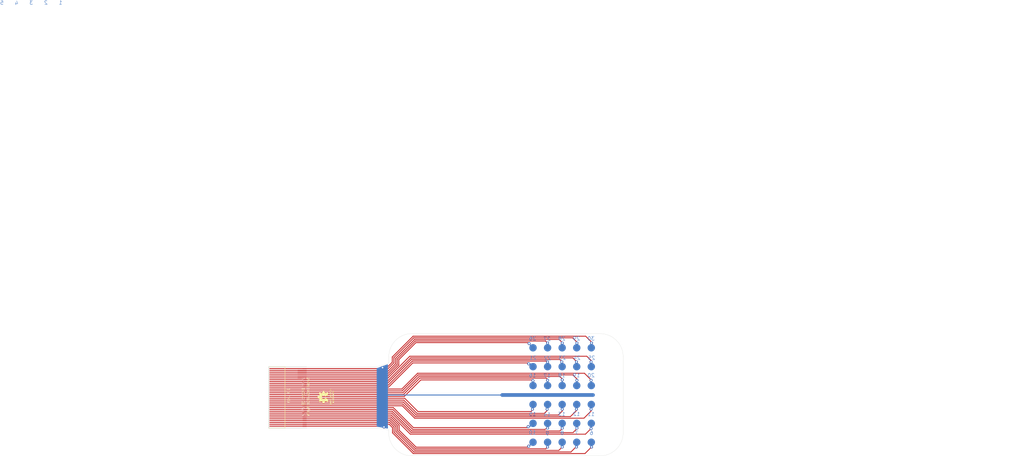
<source format=kicad_pcb>
(kicad_pcb (version 20221018) (generator pcbnew)
  (title_block (title "TRILL FLEX SLIDER") (date "2023-07-21") (rev "C1") (company "Bela / Augmented Instruments Ltd.") (comment 1 "https://bela.io"))
  (layers (0 "F.Cu" signal) (31 "B.Cu" signal) (34 "B.Paste" user) (35 "F.Paste" user) (36 "B.SilkS" user "B.Silkscreen") (37 "F.SilkS" user "F.Silkscreen") (38 "B.Mask" user) (39 "F.Mask" user) (44 "Edge.Cuts" user))
  (net 0 "")
  (net 1 "Net-(C1-Pad2)")
  (net 2 "Net-(C1-Pad3)")
  (net 3 "Net-(C1-Pad4)")
  (net 4 "Net-(C1-Pad5)")
  (net 5 "Net-(C1-Pad6)")
  (net 6 "Net-(C1-Pad7)")
  (net 7 "Net-(C1-Pad8)")
  (net 8 "Net-(C1-Pad9)")
  (net 9 "Net-(C1-Pad10)")
  (net 10 "Net-(C1-Pad11)")
  (net 11 "Net-(C1-Pad12)")
  (net 12 "Net-(C1-Pad13)")
  (net 13 "Net-(C1-Pad14)")
  (net 14 "Net-(C1-Pad15)")
  (net 15 "Net-(C1-Pad16)")
  (net 16 "Net-(C1-Pad17)")
  (net 17 "Net-(C1-Pad18)")
  (net 18 "Net-(C1-Pad19)")
  (net 19 "Net-(C1-Pad20)")
  (net 20 "Net-(C1-Pad21)")
  (net 21 "Net-(C1-Pad22)")
  (net 22 "Net-(C1-Pad23)")
  (net 23 "Net-(C1-Pad24)")
  (net 24 "Net-(C1-Pad25)")
  (net 25 "Net-(C1-Pad26)")
  (net 26 "Net-(C1-Pad27)")
  (net 27 "Net-(C1-Pad28)")
  (net 28 "Net-(C1-Pad29)")
  (net 29 "Net-(C1-Pad30)")
  (net 30 "Net-(C1-Pad31)")
  (net 31 "Net-(C1-Pad1)")
  (footprint "TRILL:TRILL_FLEX_CapSense" (layer "F.Cu") (at 252.7178 104.792)
    (fp_text reference "CS1" hide)
    (fp_text value "TRILL_FLEX-30_CapSense")
    (pad "1" smd circle (at -94.9425 12.7 180) (size 2 2) (layers "B.Cu") (net 1 "Net-(C1-Pad2)"))
    (pad "2" smd circle (at -98.855 12.7 180) (size 2 2) (layers "B.Cu") (net 2 "Net-(C1-Pad3)"))
    (pad "3" smd circle (at -102.7675 12.7 180) (size 2 2) (layers "B.Cu") (net 3 "Net-(C1-Pad4)"))
    (pad "4" smd circle (at -106.68 12.7 180) (size 2 2) (layers "B.Cu") (net 4 "Net-(C1-Pad5)"))
    (pad "5" smd circle (at -110.5925 12.7 180) (size 2 2) (layers "B.Cu") (net 5 "Net-(C1-Pad6)"))
    (pad "6" smd circle (at -94.9425 7.62 180) (size 2 2) (layers "B.Cu") (net 6 "Net-(C1-Pad7)"))
    (pad "7" smd circle (at -98.855 7.62 180) (size 2 2) (layers "B.Cu") (net 7 "Net-(C1-Pad8)"))
    (pad "8" smd circle (at -102.7675 7.62 180) (size 2 2) (layers "B.Cu") (net 8 "Net-(C1-Pad9)"))
    (pad "9" smd circle (at -106.68 7.62 180) (size 2 2) (layers "B.Cu") (net 9 "Net-(C1-Pad10)"))
    (pad "10" smd circle (at -110.5925 7.62 180) (size 2 2) (layers "B.Cu") (net 10 "Net-(C1-Pad11)"))
    (pad "11" smd circle (at -94.9425 2.54 180) (size 2 2) (layers "B.Cu") (net 11 "Net-(C1-Pad12)"))
    (pad "12" smd circle (at -98.855 2.54 180) (size 2 2) (layers "B.Cu") (net 12 "Net-(C1-Pad13)"))
    (pad "13" smd circle (at -102.7675 2.54 180) (size 2 2) (layers "B.Cu") (net 13 "Net-(C1-Pad14)"))
    (pad "14" smd circle (at -106.68 2.54 180) (size 2 2) (layers "B.Cu") (net 14 "Net-(C1-Pad15)"))
    (pad "15" smd circle (at -110.5925 2.54 180) (size 2 2) (layers "B.Cu") (net 15 "Net-(C1-Pad16)"))
    (pad "16" smd circle (at -110.5925 -2.54) (size 2 2) (layers "B.Cu") (net 16 "Net-(C1-Pad17)"))
    (pad "17" smd circle (at -106.68 -2.54) (size 2 2) (layers "B.Cu") (net 17 "Net-(C1-Pad18)"))
    (pad "18" smd circle (at -102.7675 -2.54) (size 2 2) (layers "B.Cu") (net 18 "Net-(C1-Pad19)"))
    (pad "19" smd circle (at -98.855 -2.54) (size 2 2) (layers "B.Cu") (net 19 "Net-(C1-Pad20)"))
    (pad "20" smd circle (at -94.9425 -2.54) (size 2 2) (layers "B.Cu") (net 20 "Net-(C1-Pad21)"))
    (pad "21" smd circle (at -110.5925 -7.62) (size 2 2) (layers "B.Cu") (net 21 "Net-(C1-Pad22)"))
    (pad "22" smd circle (at -106.68 -7.62) (size 2 2) (layers "B.Cu") (net 22 "Net-(C1-Pad23)"))
    (pad "23" smd circle (at -102.7675 -7.62) (size 2 2) (layers "B.Cu") (net 23 "Net-(C1-Pad24)"))
    (pad "24" smd circle (at -98.855 -7.62) (size 2 2) (layers "B.Cu") (net 24 "Net-(C1-Pad25)"))
    (pad "25" smd circle (at -94.9425 -7.62) (size 2 2) (layers "B.Cu") (net 25 "Net-(C1-Pad26)"))
    (pad "26" smd circle (at -110.5925 -12.7) (size 2 2) (layers "B.Cu") (net 26 "Net-(C1-Pad27)"))
    (pad "27" smd circle (at -106.68 -12.7) (size 2 2) (layers "B.Cu") (net 27 "Net-(C1-Pad28)"))
    (pad "28" smd circle (at -102.7675 -12.7) (size 2 2) (layers "B.Cu") (net 28 "Net-(C1-Pad29)"))
    (pad "29" smd circle (at -98.855 -12.7) (size 2 2) (layers "B.Cu") (net 29 "Net-(C1-Pad30)"))
    (pad "30" smd circle (at -94.9425 -12.7) (size 2 2) (layers "B.Cu") (net 30 "Net-(C1-Pad31)"))
    (pad "GND" smd roundrect (at -106.68 0 180) (size 25.4 1) (layers "B.Cu") (roundrect_rratio 0.5) (net 31 "Net-(C1-Pad1)"))
  )
  (footprint "TRILL:trill_flex_connector_long" (layer "F.Cu") (at 76.3016 113.157 90)
    (fp_text reference "C1" hide)
    (fp_text value "trill-flex-conector")
    (fp_line (start -0.525 -5.165) (end 15.975 -5.165) (stroke (width 0.12)) (layer "Edge.Cuts"))
    (fp_line (start -0.525 5.015) (end -0.525 -5.165) (stroke (width 0.12)) (layer "Edge.Cuts"))
    (fp_line (start 15.975 5.015) (end 15.975 -5.165) (stroke (width 0.12)) (layer "Edge.Cuts"))
    (pad "1" smd custom (at -0.025 4.015 90) (size 0.25 2) (layers "F.Cu") (net 31 "Net-(C1-Pad1)") (options (clearance outline) (anchor rect)) (primitives (gr_poly (pts (xy -0.125 -1) (xy -0.125 -9) (xy 0.125 -9) (xy 0.125 -1)) (width 0) (fill yes))))
    (pad "2" smd custom (at 0.475 4.015 90) (size 0.25 2) (layers "F.Cu") (net 1 "Net-(C1-Pad2)") (options (clearance outline) (anchor rect)) (primitives (gr_poly (pts (xy -0.125 -1) (xy -0.125 -9) (xy 0.125 -9) (xy 0.125 -1)) (width 0) (fill yes))))
    (pad "3" smd custom (at 0.975 4.015 90) (size 0.25 2) (layers "F.Cu") (net 2 "Net-(C1-Pad3)") (options (clearance outline) (anchor rect)) (primitives (gr_poly (pts (xy -0.125 -1) (xy -0.125 -9) (xy 0.125 -9) (xy 0.125 -1)) (width 0) (fill yes))))
    (pad "4" smd custom (at 1.475 4.015 90) (size 0.25 2) (layers "F.Cu") (net 3 "Net-(C1-Pad4)") (options (clearance outline) (anchor rect)) (primitives (gr_poly (pts (xy -0.125 -1) (xy -0.125 -9) (xy 0.125 -9) (xy 0.125 -1)) (width 0) (fill yes))))
    (pad "5" smd custom (at 1.975 4.015 90) (size 0.25 2) (layers "F.Cu") (net 4 "Net-(C1-Pad5)") (options (clearance outline) (anchor rect)) (primitives (gr_poly (pts (xy -0.125 -1) (xy -0.125 -9) (xy 0.125 -9) (xy 0.125 -1)) (width 0) (fill yes))))
    (pad "6" smd custom (at 2.475 4.015 90) (size 0.25 2) (layers "F.Cu") (net 5 "Net-(C1-Pad6)") (options (clearance outline) (anchor rect)) (primitives (gr_poly (pts (xy -0.125 -1) (xy -0.125 -9) (xy 0.125 -9) (xy 0.125 -1)) (width 0) (fill yes))))
    (pad "7" smd custom (at 2.975 4.015 90) (size 0.25 2) (layers "F.Cu") (net 6 "Net-(C1-Pad7)") (options (clearance outline) (anchor rect)) (primitives (gr_poly (pts (xy -0.125 -1) (xy -0.125 -9) (xy 0.125 -9) (xy 0.125 -1)) (width 0) (fill yes))))
    (pad "8" smd custom (at 3.475 4.015 90) (size 0.25 2) (layers "F.Cu") (net 7 "Net-(C1-Pad8)") (options (clearance outline) (anchor rect)) (primitives (gr_poly (pts (xy -0.125 -1) (xy -0.125 -9) (xy 0.125 -9) (xy 0.125 -1)) (width 0) (fill yes))))
    (pad "9" smd custom (at 3.975 4.015 90) (size 0.25 2) (layers "F.Cu") (net 8 "Net-(C1-Pad9)") (options (clearance outline) (anchor rect)) (primitives (gr_poly (pts (xy -0.125 -1) (xy -0.125 -9) (xy 0.125 -9) (xy 0.125 -1)) (width 0) (fill yes))))
    (pad "10" smd custom (at 4.475 4.015 90) (size 0.25 2) (layers "F.Cu") (net 9 "Net-(C1-Pad10)") (options (clearance outline) (anchor rect)) (primitives (gr_poly (pts (xy -0.125 -1) (xy -0.125 -9) (xy 0.125 -9) (xy 0.125 -1)) (width 0) (fill yes))))
    (pad "11" smd custom (at 4.975 4.015 90) (size 0.25 2) (layers "F.Cu") (net 10 "Net-(C1-Pad11)") (options (clearance outline) (anchor rect)) (primitives (gr_poly (pts (xy -0.125 -1) (xy -0.125 -9) (xy 0.125 -9) (xy 0.125 -1)) (width 0) (fill yes))))
    (pad "12" smd custom (at 5.475 4.015 90) (size 0.25 2) (layers "F.Cu") (net 11 "Net-(C1-Pad12)") (options (clearance outline) (anchor rect)) (primitives (gr_poly (pts (xy -0.125 -1) (xy -0.125 -9) (xy 0.125 -9) (xy 0.125 -1)) (width 0) (fill yes))))
    (pad "13" smd custom (at 5.975 4.015 90) (size 0.25 2) (layers "F.Cu") (net 12 "Net-(C1-Pad13)") (options (clearance outline) (anchor rect)) (primitives (gr_poly (pts (xy -0.125 -1) (xy -0.125 -9) (xy 0.125 -9) (xy 0.125 -1)) (width 0) (fill yes))))
    (pad "14" smd custom (at 6.475 4.015 90) (size 0.25 2) (layers "F.Cu") (net 13 "Net-(C1-Pad14)") (options (clearance outline) (anchor rect)) (primitives (gr_poly (pts (xy -0.125 -1) (xy -0.125 -9) (xy 0.125 -9) (xy 0.125 -1)) (width 0) (fill yes))))
    (pad "15" smd custom (at 6.975 4.015 90) (size 0.25 2) (layers "F.Cu") (net 14 "Net-(C1-Pad15)") (options (clearance outline) (anchor rect)) (primitives (gr_poly (pts (xy -0.125 -1) (xy -0.125 -9) (xy 0.125 -9) (xy 0.125 -1)) (width 0) (fill yes))))
    (pad "16" smd custom (at 7.475 4.015 90) (size 0.25 2) (layers "F.Cu") (net 15 "Net-(C1-Pad16)") (options (clearance outline) (anchor rect)) (primitives (gr_poly (pts (xy -0.125 -1) (xy -0.125 -9) (xy 0.125 -9) (xy 0.125 -1)) (width 0) (fill yes))))
    (pad "17" smd custom (at 7.975 4.015 90) (size 0.25 2) (layers "F.Cu") (net 16 "Net-(C1-Pad17)") (options (clearance outline) (anchor rect)) (primitives (gr_poly (pts (xy -0.125 -1) (xy -0.125 -9) (xy 0.125 -9) (xy 0.125 -1)) (width 0) (fill yes))))
    (pad "18" smd custom (at 8.475 4.015 90) (size 0.25 2) (layers "F.Cu") (net 17 "Net-(C1-Pad18)") (options (clearance outline) (anchor rect)) (primitives (gr_poly (pts (xy -0.125 -1) (xy -0.125 -9) (xy 0.125 -9) (xy 0.125 -1)) (width 0) (fill yes))))
    (pad "19" smd custom (at 8.975 4.015 90) (size 0.25 2) (layers "F.Cu") (net 18 "Net-(C1-Pad19)") (options (clearance outline) (anchor rect)) (primitives (gr_poly (pts (xy -0.125 -1) (xy -0.125 -9) (xy 0.125 -9) (xy 0.125 -1)) (width 0) (fill yes))))
    (pad "20" smd custom (at 9.475 4.015 90) (size 0.25 2) (layers "F.Cu") (net 19 "Net-(C1-Pad20)") (options (clearance outline) (anchor rect)) (primitives (gr_poly (pts (xy -0.125 -1) (xy -0.125 -9) (xy 0.125 -9) (xy 0.125 -1)) (width 0) (fill yes))))
    (pad "21" smd custom (at 9.975 4.015 90) (size 0.25 2) (layers "F.Cu") (net 20 "Net-(C1-Pad21)") (options (clearance outline) (anchor rect)) (primitives (gr_poly (pts (xy -0.125 -1) (xy -0.125 -9) (xy 0.125 -9) (xy 0.125 -1)) (width 0) (fill yes))))
    (pad "22" smd custom (at 10.475 4.015 90) (size 0.25 2) (layers "F.Cu") (net 21 "Net-(C1-Pad22)") (options (clearance outline) (anchor rect)) (primitives (gr_poly (pts (xy -0.125 -1) (xy -0.125 -9) (xy 0.125 -9) (xy 0.125 -1)) (width 0) (fill yes))))
    (pad "23" smd custom (at 10.975 4.015 90) (size 0.25 2) (layers "F.Cu") (net 22 "Net-(C1-Pad23)") (options (clearance outline) (anchor rect)) (primitives (gr_poly (pts (xy -0.125 -1) (xy -0.125 -9) (xy 0.125 -9) (xy 0.125 -1)) (width 0) (fill yes))))
    (pad "24" smd custom (at 11.475 4.015 90) (size 0.25 2) (layers "F.Cu") (net 23 "Net-(C1-Pad24)") (options (clearance outline) (anchor rect)) (primitives (gr_poly (pts (xy -0.125 -1) (xy -0.125 -9) (xy 0.125 -9) (xy 0.125 -1)) (width 0) (fill yes))))
    (pad "25" smd custom (at 11.975 4.015 90) (size 0.25 2) (layers "F.Cu") (net 24 "Net-(C1-Pad25)") (options (clearance outline) (anchor rect)) (primitives (gr_poly (pts (xy -0.125 -1) (xy -0.125 -9) (xy 0.125 -9) (xy 0.125 -1)) (width 0) (fill yes))))
    (pad "26" smd custom (at 12.475 4.015 90) (size 0.25 2) (layers "F.Cu") (net 25 "Net-(C1-Pad26)") (options (clearance outline) (anchor rect)) (primitives (gr_poly (pts (xy -0.125 -1) (xy -0.125 -9) (xy 0.125 -9) (xy 0.125 -1)) (width 0) (fill yes))))
    (pad "27" smd custom (at 12.975 4.015 90) (size 0.25 2) (layers "F.Cu") (net 26 "Net-(C1-Pad27)") (options (clearance outline) (anchor rect)) (primitives (gr_poly (pts (xy -0.125 -1) (xy -0.125 -9) (xy 0.125 -9) (xy 0.125 -1)) (width 0) (fill yes))))
    (pad "28" smd custom (at 13.475 4.015 90) (size 0.25 2) (layers "F.Cu") (net 27 "Net-(C1-Pad28)") (options (clearance outline) (anchor rect)) (primitives (gr_poly (pts (xy -0.125 -1) (xy -0.125 -9) (xy 0.125 -9) (xy 0.125 -1)) (width 0) (fill yes))))
    (pad "29" smd custom (at 13.975 4.015 90) (size 0.25 2) (layers "F.Cu") (net 28 "Net-(C1-Pad29)") (options (clearance outline) (anchor rect)) (primitives (gr_poly (pts (xy -0.125 -1) (xy -0.125 -9) (xy 0.125 -9) (xy 0.125 -1)) (width 0) (fill yes))))
    (pad "30" smd custom (at 14.475 4.015 90) (size 0.25 2) (layers "F.Cu") (net 29 "Net-(C1-Pad30)") (options (clearance outline) (anchor rect)) (primitives (gr_poly (pts (xy -0.125 -1) (xy -0.125 -9) (xy 0.125 -9) (xy 0.125 -1)) (width 0) (fill yes))))
    (pad "31" smd custom (at 14.975 4.015 90) (size 0.25 2) (layers "F.Cu") (net 30 "Net-(C1-Pad31)") (options (clearance outline) (anchor rect)) (primitives (gr_poly (pts (xy -0.125 -1) (xy -0.125 -9) (xy 0.125 -9) (xy 0.125 -1)) (width 0) (fill yes))))
    (pad "32" smd custom (at 15.475 4.015 90) (size 0.25 2) (layers "F.Cu") (net 31 "Net-(C1-Pad1)") (options (clearance outline) (anchor rect)) (primitives (gr_poly (pts (xy -0.125 -1) (xy -0.125 -9) (xy 0.125 -9) (xy 0.125 -1)) (width 0) (fill yes))))
  )
  (footprint "TRILL:OpenSourceHardware_Logo" (layer "F.Cu") (at 86.991142 105.367926 90)
    (fp_text reference "G3" hide)
    (fp_text value "OpenSourceHardware_Logo")
  )
  (gr_line (start 103.3901 114.2586) (end 103.3638 114.952) (stroke (width 0.05)) (layer "Edge.Cuts"))
  (gr_arc (start 103.3901 94.4786) (mid 105.205042 90.096942) (end 109.5867 88.282) (stroke (width 0.05)) (layer "Edge.Cuts"))
  (gr_line (start 103.3901 114.2586) (end 103.3901 114.1796) (stroke (width 0.05)) (layer "Edge.Cuts"))
  (gr_line (start 100.2396 113.692) (end 103.3901 114.1796) (stroke (width 0.05)) (layer "Edge.Cuts"))
  (gr_arc (start 109.5604 121.1486) (mid 105.178742 119.333658) (end 103.3638 114.952) (stroke (width 0.05)) (layer "Edge.Cuts"))
  (gr_line (start 166.3294 94.4786) (end 166.329 114.952) (stroke (width 0.05)) (layer "Edge.Cuts"))
  (gr_arc (start 166.3294 114.952) (mid 164.514458 119.333658) (end 160.1328 121.1486) (stroke (width 0.05)) (layer "Edge.Cuts"))
  (gr_arc (start 160.1328 88.282) (mid 164.514458 90.096942) (end 166.3294 94.4786) (stroke (width 0.05)) (layer "Edge.Cuts"))
  (gr_line (start 160.1328 121.1486) (end 109.5604 121.1486) (stroke (width 0.05)) (layer "Edge.Cuts"))
  (gr_line (start 100.265 97.182) (end 81.3166 97.182) (stroke (width 0.05)) (layer "Edge.Cuts"))
  (gr_line (start 100.265 97.182) (end 103.3901 96.1796) (stroke (width 0.05)) (layer "Edge.Cuts"))
  (gr_line (start 103.3901 96.1796) (end 103.3901 94.4786) (stroke (width 0.05)) (layer "Edge.Cuts"))
  (gr_line (start 100.2396 113.692) (end 81.3166 113.682) (stroke (width 0.05)) (layer "Edge.Cuts"))
  (gr_line (start 109.5867 88.282) (end 160.1328 88.282) (stroke (width 0.05)) (layer "Edge.Cuts"))
  (gr_text "2" (at 11.811 -0.127) (layer "B.Cu") (effects (font (size 1 1) (thickness 0.1)) (justify left bottom mirror)))
  (gr_text "13" (at 150.8618 110.507) (layer "B.Cu") (effects (font (size 1 1) (thickness 0.1)) (justify left bottom mirror)))
  (gr_text "16" (at 142.9878 100.093) (layer "B.Cu") (effects (font (size 1 1) (thickness 0.1)) (justify left bottom mirror)))
  (gr_text "28" (at 150.8618 90.187) (layer "B.Cu") (effects (font (size 1 1) (thickness 0.1)) (justify left bottom mirror)))
  (gr_text "18" (at 150.8618 100.093) (layer "B.Cu") (effects (font (size 1 1) (thickness 0.1)) (justify left bottom mirror)))
  (gr_text "29" (at 154.7988 90.187) (layer "B.Cu") (effects (font (size 1 1) (thickness 0.1)) (justify left bottom mirror)))
  (gr_text "5" (at 0 -0.127) (layer "B.Cu") (effects (font (size 1 1) (thickness 0.1)) (justify left bottom mirror)))
  (gr_text "15" (at 142.9878 110.507) (layer "B.Cu") (effects (font (size 1 1) (thickness 0.1)) (justify left bottom mirror)))
  (gr_text "27" (at 146.9248 90.314) (layer "B.Cu") (effects (font (size 1 1) (thickness 0.1)) (justify left bottom mirror)))
  (gr_text "8" (at 150.4808 115.587) (layer "B.Cu") (effects (font (size 1 1) (thickness 0.1)) (justify left bottom mirror)))
  (gr_text "23" (at 150.9888 95.394) (layer "B.Cu") (effects (font (size 1 1) (thickness 0.1)) (justify left bottom mirror)))
  (gr_text "7" (at 154.4178 115.587) (layer "B.Cu") (effects (font (size 1 1) (thickness 0.1)) (justify left bottom mirror)))
  (gr_text "1" (at 15.748 -0.127) (layer "B.Cu") (effects (font (size 1 1) (thickness 0.1)) (justify left bottom mirror)))
  (gr_text "19" (at 154.7988 100.093) (layer "B.Cu") (effects (font (size 1 1) (thickness 0.1)) (justify left bottom mirror)))
  (gr_text "22" (at 147.0518 95.521) (layer "B.Cu") (effects (font (size 1 1) (thickness 0.1)) (justify left bottom mirror)))
  (gr_text "4" (at 3.937 0) (layer "B.Cu") (effects (font (size 1 1) (thickness 0.1)) (justify left bottom mirror)))
  (gr_text "24" (at 154.9258 95.394) (layer "B.Cu") (effects (font (size 1 1) (thickness 0.1)) (justify left bottom mirror)))
  (gr_text "10" (at 142.9878 115.46) (layer "B.Cu") (effects (font (size 1 1) (thickness 0.1)) (justify left bottom mirror)))
  (gr_text "21" (at 143.1148 95.394) (layer "B.Cu") (effects (font (size 1 1) (thickness 0.1)) (justify left bottom mirror)))
  (gr_text "26" (at 142.9878 90.187) (layer "B.Cu") (effects (font (size 1 1) (thickness 0.1)) (justify left bottom mirror)))
  (gr_text "30" (at 158.7358 90.187) (layer "B.Cu") (effects (font (size 1 1) (thickness 0.1)) (justify left bottom mirror)))
  (gr_text "6" (at 158.3548 115.587) (layer "B.Cu") (effects (font (size 1 1) (thickness 0.1)) (justify left bottom mirror)))
  (gr_text "17" (at 146.9248 100.22) (layer "B.Cu") (effects (font (size 1 1) (thickness 0.1)) (justify left bottom mirror)))
  (gr_text "14" (at 146.9248 110.634) (layer "B.Cu") (effects (font (size 1 1) (thickness 0.1)) (justify left bottom mirror)))
  (gr_text "9" (at 146.5438 115.714) (layer "B.Cu") (effects (font (size 1 1) (thickness 0.1)) (justify left bottom mirror)))
  (gr_text "12" (at 154.7988 110.507) (layer "B.Cu") (effects (font (size 1 1) (thickness 0.1)) (justify left bottom mirror)))
  (gr_text "3" (at 7.874 -0.127) (layer "B.Cu") (effects (font (size 1 1) (thickness 0.1)) (justify left bottom mirror)))
  (gr_text "11" (at 158.7358 110.507) (layer "B.Cu") (effects (font (size 1 1) (thickness 0.1)) (justify left bottom mirror)))
  (gr_text "25" (at 158.8628 95.394) (layer "B.Cu") (effects (font (size 1 1) (thickness 0.1)) (justify left bottom mirror)))
  (gr_text "20" (at 158.7358 100.093) (layer "B.Cu") (effects (font (size 1 1) (thickness 0.1)) (justify left bottom mirror)))
  (gr_text "© 2023\nWhyKnotLabs Now!" (at 79.9958 105.3 -90) (layer "B.SilkS") (effects (font (size 0.75 0.75) (thickness 0.07)) (justify bottom mirror)))
  (gr_text "rev. ${REVISION}" (at 76.4144 104.919 90) (layer "F.SilkS") (effects (font (size 0.75 0.75) (thickness 0.07))))
  (gr_text "© 2023\nWhyKnotLabs Now!" (at 82.1294 105.3 90) (layer "F.SilkS") (effects (font (size 0.75 0.75) (thickness 0.07)) (justify bottom)))
  (segment (start 109.9678 120.54) (end 156.0688 120.54) (width 0.25) (layer "F.Cu") (net 1))
  (segment (start 104.3798 114.952) (end 109.9678 120.54) (width 0.25) (layer "F.Cu") (net 1))
  (segment (start 104.3798 113.555) (end 104.3798 114.952) (width 0.25) (layer "F.Cu") (net 1))
  (segment (start 157.8468 118.762) (end 157.8468 118.508) (width 0.25) (layer "F.Cu") (net 1))
  (segment (start 156.0688 120.54) (end 157.8468 118.762) (width 0.25) (layer "F.Cu") (net 1))
  (segment (start 157.8468 118.508) (end 157.8468 118.508) (width 0.25) (layer "F.Cu") (net 1))
  (segment (start 103.5068 112.682) (end 104.3798 113.555) (width 0.25) (layer "F.Cu") (net 1))
  (segment (start 80.3166 112.682) (end 103.5068 112.682) (width 0.25) (layer "F.Cu") (net 1))
  (via (at 157.8468 118.762) (size 0.8) (drill 0.4) (layers "F.Cu" "B.Cu") (net 1))
  (segment (start 157.8468 118.762) (end 157.8468 117.5635) (width 0.25) (layer "B.Cu") (net 1))
  (segment (start 157.8468 117.5635) (end 157.7753 117.492) (width 0.25) (layer "B.Cu") (net 1))
  (segment (start 153.6558 118.762) (end 153.7828 118.762) (width 0.25) (layer "F.Cu") (net 2))
  (segment (start 104.8076 113.377799) (end 104.8076 114.7748) (width 0.25) (layer "F.Cu") (net 2))
  (segment (start 152.3056 120.1122) (end 153.6558 118.762) (width 0.25) (layer "F.Cu") (net 2))
  (segment (start 80.3166 112.182) (end 103.6118 112.182) (width 0.25) (layer "F.Cu") (net 2))
  (segment (start 110.145 120.1122) (end 152.3056 120.1122) (width 0.25) (layer "F.Cu") (net 2))
  (segment (start 103.6118 112.182) (end 104.8076 113.377799) (width 0.25) (layer "F.Cu") (net 2))
  (segment (start 153.7828 118.762) (end 153.7828 118.635) (width 0.25) (layer "F.Cu") (net 2))
  (segment (start 104.8076 114.7748) (end 110.145 120.1122) (width 0.25) (layer "F.Cu") (net 2))
  (segment (start 153.7828 118.635) (end 153.9098 118.508) (width 0.25) (layer "F.Cu") (net 2))
  (via (at 153.7828 118.762) (size 0.8) (drill 0.4) (layers "F.Cu" "B.Cu") (net 2))
  (segment (start 153.7828 117.572) (end 153.8628 117.492) (width 0.25) (layer "B.Cu") (net 2))
  (segment (start 153.7828 118.762) (end 153.7828 117.572) (width 0.25) (layer "B.Cu") (net 2))
  (segment (start 103.716801 111.682) (end 105.2688 113.233998) (width 0.25) (layer "F.Cu") (net 3))
  (segment (start 110.3822 119.6844) (end 149.0504 119.6844) (width 0.25) (layer "F.Cu") (net 3))
  (segment (start 149.9728 118.762) (end 149.9728 118.508) (width 0.25) (layer "F.Cu") (net 3))
  (segment (start 149.0504 119.6844) (end 149.9728 118.762) (width 0.25) (layer "F.Cu") (net 3))
  (segment (start 80.3166 111.682) (end 103.716801 111.682) (width 0.25) (layer "F.Cu") (net 3))
  (segment (start 105.2688 114.571) (end 110.3822 119.6844) (width 0.25) (layer "F.Cu") (net 3))
  (segment (start 105.2688 113.233998) (end 105.2688 114.571) (width 0.25) (layer "F.Cu") (net 3))
  (segment (start 149.9728 118.508) (end 149.9728 118.508) (width 0.25) (layer "F.Cu") (net 3))
  (via (at 149.9728 118.762) (size 0.8) (drill 0.4) (layers "F.Cu" "B.Cu") (net 3))
  (segment (start 149.9728 117.5145) (end 149.9503 117.492) (width 0.25) (layer "B.Cu") (net 3))
  (segment (start 149.9728 118.762) (end 149.9728 117.5145) (width 0.25) (layer "B.Cu") (net 3))
  (segment (start 145.5412 119.2566) (end 110.5594 119.2566) (width 0.25) (layer "F.Cu") (net 4))
  (segment (start 103.821803 111.182) (end 80.3166 111.182) (width 0.25) (layer "F.Cu") (net 4))
  (segment (start 105.6966 113.056797) (end 103.821803 111.182) (width 0.25) (layer "F.Cu") (net 4))
  (segment (start 105.6966 114.3938) (end 105.6966 113.056797) (width 0.25) (layer "F.Cu") (net 4))
  (segment (start 110.5594 119.2566) (end 105.6966 114.3938) (width 0.25) (layer "F.Cu") (net 4))
  (segment (start 146.0358 118.762) (end 145.5412 119.2566) (width 0.25) (layer "F.Cu") (net 4))
  (segment (start 146.0358 118.4946) (end 146.0358 118.4946) (width 0.25) (layer "F.Cu") (net 4))
  (segment (start 146.0358 118.4946) (end 146.0358 118.762) (width 0.25) (layer "F.Cu") (net 4))
  (via (at 146.0358 118.762) (size 0.8) (drill 0.4) (layers "F.Cu" "B.Cu") (net 4))
  (segment (start 146.0358 117.494) (end 146.0378 117.492) (width 0.25) (layer "B.Cu") (net 4))
  (segment (start 146.0358 118.762) (end 146.0358 117.494) (width 0.25) (layer "B.Cu") (net 4))
  (segment (start 140.9558 118.5543) (end 140.6813 118.8288) (width 0.25) (layer "F.Cu") (net 5))
  (segment (start 106.1578 114.25) (end 106.1578 112.912998) (width 0.25) (layer "F.Cu") (net 5))
  (segment (start 103.926802 110.682) (end 80.3166 110.682) (width 0.25) (layer "F.Cu") (net 5))
  (segment (start 110.7366 118.8288) (end 106.1578 114.25) (width 0.25) (layer "F.Cu") (net 5))
  (segment (start 140.6813 118.8288) (end 110.7366 118.8288) (width 0.25) (layer "F.Cu") (net 5))
  (segment (start 106.1578 112.912998) (end 103.926802 110.682) (width 0.25) (layer "F.Cu") (net 5))
  (via (at 140.9558 118.5543) (size 0.8) (drill 0.4) (layers "F.Cu" "B.Cu") (net 5))
  (segment (start 141.063 118.5543) (end 142.1253 117.492) (width 0.25) (layer "B.Cu") (net 5))
  (segment (start 140.9558 118.5543) (end 141.063 118.5543) (width 0.25) (layer "B.Cu") (net 5))
  (segment (start 80.3166 110.182) (end 104.031802 110.182) (width 0.25) (layer "F.Cu") (net 6))
  (segment (start 156.1958 115.333) (end 157.7198 113.809) (width 0.25) (layer "F.Cu") (net 6))
  (segment (start 157.7198 113.682) (end 157.7198 113.682) (width 0.25) (layer "F.Cu") (net 6))
  (segment (start 104.031802 110.182) (end 109.182802 115.333) (width 0.25) (layer "F.Cu") (net 6))
  (segment (start 109.182802 115.333) (end 156.1958 115.333) (width 0.25) (layer "F.Cu") (net 6))
  (segment (start 157.7198 113.809) (end 157.7198 113.682) (width 0.25) (layer "F.Cu") (net 6))
  (via (at 157.7198 113.809) (size 0.8) (drill 0.4) (layers "F.Cu" "B.Cu") (net 6))
  (segment (start 157.7198 113.809) (end 157.7198 112.4675) (width 0.25) (layer "B.Cu") (net 6))
  (segment (start 157.7198 112.4675) (end 157.7753 112.412) (width 0.25) (layer "B.Cu") (net 6))
  (segment (start 80.3166 109.682) (end 104.1898 109.682) (width 0.25) (layer "F.Cu") (net 7))
  (segment (start 153.9098 113.852381) (end 153.9098 113.682) (width 0.25) (layer "F.Cu") (net 7))
  (segment (start 153.9098 113.682) (end 153.7828 113.555) (width 0.25) (layer "F.Cu") (net 7))
  (segment (start 152.856981 114.9052) (end 153.9098 113.852381) (width 0.25) (layer "F.Cu") (net 7))
  (segment (start 104.1898 109.682) (end 109.413 114.9052) (width 0.25) (layer "F.Cu") (net 7))
  (segment (start 109.413 114.9052) (end 152.856981 114.9052) (width 0.25) (layer "F.Cu") (net 7))
  (via (at 153.9098 113.682) (size 0.8) (drill 0.4) (layers "F.Cu" "B.Cu") (net 7))
  (segment (start 153.9098 113.682) (end 153.9098 112.459) (width 0.25) (layer "B.Cu") (net 7))
  (segment (start 153.9098 112.459) (end 153.8628 112.412) (width 0.25) (layer "B.Cu") (net 7))
  (segment (start 80.3166 109.182) (end 104.2948 109.182) (width 0.25) (layer "F.Cu") (net 8))
  (segment (start 149.3044 114.4774) (end 149.9728 113.809) (width 0.25) (layer "F.Cu") (net 8))
  (segment (start 149.9728 113.809) (end 149.9728 113.682) (width 0.25) (layer "F.Cu") (net 8))
  (segment (start 109.5902 114.4774) (end 149.3044 114.4774) (width 0.25) (layer "F.Cu") (net 8))
  (segment (start 104.2948 109.182) (end 109.5902 114.4774) (width 0.25) (layer "F.Cu") (net 8))
  (segment (start 149.9728 113.682) (end 149.8458 113.682) (width 0.25) (layer "F.Cu") (net 8))
  (via (at 149.9728 113.682) (size 0.8) (drill 0.4) (layers "F.Cu" "B.Cu") (net 8))
  (segment (start 149.9728 112.4345) (end 149.9503 112.412) (width 0.25) (layer "B.Cu") (net 8))
  (segment (start 149.9728 113.682) (end 149.9728 112.4345) (width 0.25) (layer "B.Cu") (net 8))
  (segment (start 80.3166 108.682) (end 104.4732 108.682) (width 0.25) (layer "F.Cu") (net 9))
  (segment (start 145.1468 114.0496) (end 145.2872 114.0496) (width 0.25) (layer "F.Cu") (net 9))
  (segment (start 109.8408 114.0496) (end 145.1468 114.0496) (width 0.25) (layer "F.Cu") (net 9))
  (segment (start 145.2872 114.0496) (end 146.0358 113.682) (width 0.25) (layer "F.Cu") (net 9))
  (segment (start 104.4732 108.682) (end 109.8408 114.0496) (width 0.25) (layer "F.Cu") (net 9))
  (segment (start 146.0358 113.682) (end 145.9088 113.428) (width 0.25) (layer "F.Cu") (net 9))
  (via (at 146.0358 113.682) (size 0.8) (drill 0.4) (layers "F.Cu" "B.Cu") (net 9))
  (segment (start 146.0358 112.414) (end 146.0378 112.412) (width 0.25) (layer "B.Cu") (net 9))
  (segment (start 146.0358 113.682) (end 146.0358 112.414) (width 0.25) (layer "B.Cu") (net 9))
  (segment (start 140.5748 113.555) (end 109.9678 113.555) (width 0.25) (layer "F.Cu") (net 10))
  (segment (start 104.5948 108.182) (end 80.3166 108.182) (width 0.25) (layer "F.Cu") (net 10))
  (segment (start 109.9678 113.555) (end 104.5948 108.182) (width 0.25) (layer "F.Cu") (net 10))
  (segment (start 140.8288 113.301) (end 140.5748 113.555) (width 0.25) (layer "F.Cu") (net 10))
  (via (at 140.8288 113.301) (size 0.8) (drill 0.4) (layers "F.Cu" "B.Cu") (net 10))
  (segment (start 141.2363 113.301) (end 142.1253 112.412) (width 0.25) (layer "B.Cu") (net 10))
  (segment (start 140.8288 113.301) (end 141.2363 113.301) (width 0.25) (layer "B.Cu") (net 10))
  (segment (start 106.9924 107.6854) (end 110.3354 111.0284) (width 0.25) (layer "F.Cu") (net 11))
  (segment (start 155.8014 111.0284) (end 157.7198 109.11) (width 0.25) (layer "F.Cu") (net 11))
  (segment (start 110.3354 111.0284) (end 155.8014 111.0284) (width 0.25) (layer "F.Cu") (net 11))
  (segment (start 157.7198 109.11) (end 157.7198 108.602) (width 0.25) (layer "F.Cu") (net 11))
  (segment (start 80.4302 107.6854) (end 106.9924 107.6854) (width 0.25) (layer "F.Cu") (net 11))
  (segment (start 157.7198 108.475) (end 157.7198 108.475) (width 0.25) (layer "F.Cu") (net 11))
  (segment (start 157.7198 108.602) (end 157.7198 108.475) (width 0.25) (layer "F.Cu") (net 11))
  (via (at 157.7198 108.602) (size 0.8) (drill 0.4) (layers "F.Cu" "B.Cu") (net 11))
  (segment (start 157.7198 108.602) (end 157.7198 107.3875) (width 0.25) (layer "B.Cu") (net 11))
  (segment (start 157.7198 107.3875) (end 157.7753 107.332) (width 0.25) (layer "B.Cu") (net 11))
  (segment (start 110.5126 110.6006) (end 152.1652 110.6006) (width 0.25) (layer "F.Cu") (net 12))
  (segment (start 80.4302 107.1854) (end 107.0974 107.1854) (width 0.25) (layer "F.Cu") (net 12))
  (segment (start 153.7828 108.983) (end 153.7828 108.602) (width 0.25) (layer "F.Cu") (net 12))
  (segment (start 152.1652 110.6006) (end 153.7828 108.983) (width 0.25) (layer "F.Cu") (net 12))
  (segment (start 153.7828 108.602) (end 153.7828 108.475) (width 0.25) (layer "F.Cu") (net 12))
  (segment (start 153.7828 108.475) (end 153.7828 108.475) (width 0.25) (layer "F.Cu") (net 12))
  (segment (start 107.0974 107.1854) (end 110.5126 110.6006) (width 0.25) (layer "F.Cu") (net 12))
  (via (at 153.7828 108.602) (size 0.8) (drill 0.4) (layers "F.Cu" "B.Cu") (net 12))
  (segment (start 153.7828 107.412) (end 153.8628 107.332) (width 0.25) (layer "B.Cu") (net 12))
  (segment (start 153.7828 108.602) (end 153.7828 107.412) (width 0.25) (layer "B.Cu") (net 12))
  (segment (start 80.4302 106.6854) (end 107.2624 106.6854) (width 0.25) (layer "F.Cu") (net 13))
  (segment (start 149.9728 108.602) (end 149.9728 108.5218) (width 0.25) (layer "F.Cu") (net 13))
  (segment (start 110.7498 110.1728) (end 148.91 110.1728) (width 0.25) (layer "F.Cu") (net 13))
  (segment (start 149.9728 108.5218) (end 149.9728 108.5218) (width 0.25) (layer "F.Cu") (net 13))
  (segment (start 149.9728 109.11) (end 149.9728 108.602) (width 0.25) (layer "F.Cu") (net 13))
  (segment (start 148.91 110.1728) (end 149.9728 109.11) (width 0.25) (layer "F.Cu") (net 13))
  (segment (start 107.2624 106.6854) (end 110.7498 110.1728) (width 0.25) (layer "F.Cu") (net 13))
  (segment (start 149.9728 108.5218) (end 149.9728 108.475) (width 0.25) (layer "F.Cu") (net 13))
  (via (at 149.9728 108.602) (size 0.8) (drill 0.4) (layers "F.Cu" "B.Cu") (net 13))
  (segment (start 149.9728 108.602) (end 149.9728 107.3545) (width 0.25) (layer "B.Cu") (net 13))
  (segment (start 149.9728 107.3545) (end 149.9503 107.332) (width 0.25) (layer "B.Cu") (net 13))
  (segment (start 80.4302 106.1854) (end 107.4108 106.1854) (width 0.25) (layer "F.Cu") (net 14))
  (segment (start 145.1468 109.745) (end 145.9088 108.983) (width 0.25) (layer "F.Cu") (net 14))
  (segment (start 110.9704 109.745) (end 145.1468 109.745) (width 0.25) (layer "F.Cu") (net 14))
  (segment (start 107.4108 106.1854) (end 110.9704 109.745) (width 0.25) (layer "F.Cu") (net 14))
  (segment (start 145.9088 108.983) (end 145.9088 108.602) (width 0.25) (layer "F.Cu") (net 14))
  (via (at 145.9088 108.602) (size 0.8) (drill 0.4) (layers "F.Cu" "B.Cu") (net 14))
  (segment (start 145.9088 107.461) (end 146.0378 107.332) (width 0.25) (layer "B.Cu") (net 14))
  (segment (start 145.9088 108.602) (end 145.9088 107.461) (width 0.25) (layer "B.Cu") (net 14))
  (segment (start 141.5908 109.237) (end 141.9718 108.856) (width 0.25) (layer "F.Cu") (net 15))
  (segment (start 80.4302 105.6854) (end 107.6594 105.6854) (width 0.25) (layer "F.Cu") (net 15))
  (segment (start 141.9718 108.856) (end 141.9718 108.602) (width 0.25) (layer "F.Cu") (net 15))
  (segment (start 141.9718 108.602) (end 141.9718 108.475) (width 0.25) (layer "F.Cu") (net 15))
  (segment (start 141.9718 108.475) (end 141.9718 108.475) (width 0.25) (layer "F.Cu") (net 15))
  (segment (start 107.6594 105.6854) (end 111.211 109.237) (width 0.25) (layer "F.Cu") (net 15))
  (segment (start 111.211 109.237) (end 141.5908 109.237) (width 0.25) (layer "F.Cu") (net 15))
  (via (at 141.9718 108.602) (size 0.8) (drill 0.4) (layers "F.Cu" "B.Cu") (net 15))
  (segment (start 141.9718 108.602) (end 141.9718 107.4855) (width 0.25) (layer "B.Cu") (net 15))
  (segment (start 141.9718 107.4855) (end 142.1253 107.332) (width 0.25) (layer "B.Cu") (net 15))
  (segment (start 142.0988 100.9357) (end 141.8911 100.728) (width 0.25) (layer "F.Cu") (net 16))
  (segment (start 111.9998 100.728) (end 107.5458 105.182) (width 0.25) (layer "F.Cu") (net 16))
  (segment (start 142.0525 100.982) (end 141.9718 100.982) (width 0.25) (layer "F.Cu") (net 16))
  (segment (start 142.0988 100.9357) (end 142.0525 100.982) (width 0.25) (layer "F.Cu") (net 16))
  (segment (start 141.8911 100.728) (end 111.9998 100.728) (width 0.25) (layer "F.Cu") (net 16))
  (segment (start 107.5458 105.182) (end 80.3166 105.182) (width 0.25) (layer "F.Cu") (net 16))
  (via (at 142.0988 100.9357) (size 0.8) (drill 0.4) (layers "F.Cu" "B.Cu") (net 16))
  (segment (start 142.0988 100.9357) (end 142.0988 102.2255) (width 0.25) (layer "B.Cu") (net 16))
  (segment (start 142.0988 102.2255) (end 142.1253 102.252) (width 0.25) (layer "B.Cu") (net 16))
  (segment (start 111.7458 100.2334) (end 145.6682 100.2334) (width 0.25) (layer "F.Cu") (net 17))
  (segment (start 146.0358 100.601) (end 146.0358 100.855) (width 0.25) (layer "F.Cu") (net 17))
  (segment (start 145.6682 100.2334) (end 146.0358 100.601) (width 0.25) (layer "F.Cu") (net 17))
  (segment (start 80.3166 104.682) (end 107.2972 104.682) (width 0.25) (layer "F.Cu") (net 17))
  (segment (start 107.2972 104.682) (end 111.7458 100.2334) (width 0.25) (layer "F.Cu") (net 17))
  (via (at 146.0358 100.855) (size 0.8) (drill 0.4) (layers "F.Cu" "B.Cu") (net 17))
  (segment (start 146.0358 100.855) (end 146.0358 102.25) (width 0.25) (layer "B.Cu") (net 17))
  (segment (start 146.0358 102.25) (end 146.0378 102.252) (width 0.25) (layer "B.Cu") (net 17))
  (segment (start 111.5252 99.8056) (end 149.3044 99.8056) (width 0.25) (layer "F.Cu") (net 18))
  (segment (start 149.3044 99.8056) (end 149.9728 100.474) (width 0.25) (layer "F.Cu") (net 18))
  (segment (start 149.9728 100.855) (end 149.9093 100.7915) (width 0.25) (layer "F.Cu") (net 18))
  (segment (start 149.9728 100.474) (end 149.9728 100.728) (width 0.25) (layer "F.Cu") (net 18))
  (segment (start 107.1488 104.182) (end 111.5252 99.8056) (width 0.25) (layer "F.Cu") (net 18))
  (segment (start 149.9728 100.728) (end 149.9728 100.855) (width 0.25) (layer "F.Cu") (net 18))
  (segment (start 80.3166 104.182) (end 107.1488 104.182) (width 0.25) (layer "F.Cu") (net 18))
  (via (at 149.9728 100.728) (size 0.8) (drill 0.4) (layers "F.Cu" "B.Cu") (net 18))
  (segment (start 149.9728 100.728) (end 149.9728 102.2295) (width 0.25) (layer "B.Cu") (net 18))
  (segment (start 149.9728 102.2295) (end 149.9503 102.252) (width 0.25) (layer "B.Cu") (net 18))
  (segment (start 106.9838 103.682) (end 111.288 99.3778) (width 0.25) (layer "F.Cu") (net 19))
  (segment (start 80.3166 103.682) (end 106.9838 103.682) (width 0.25) (layer "F.Cu") (net 19))
  (segment (start 111.288 99.3778) (end 152.8136 99.3778) (width 0.25) (layer "F.Cu") (net 19))
  (segment (start 152.8136 99.3778) (end 153.9098 100.474) (width 0.25) (layer "F.Cu") (net 19))
  (segment (start 153.9098 100.474) (end 153.9098 100.855) (width 0.25) (layer "F.Cu") (net 19))
  (via (at 153.9098 100.855) (size 0.8) (drill 0.4) (layers "F.Cu" "B.Cu") (net 19))
  (segment (start 153.9098 102.205) (end 153.8628 102.252) (width 0.25) (layer "B.Cu") (net 19))
  (segment (start 153.9098 100.855) (end 153.9098 102.205) (width 0.25) (layer "B.Cu") (net 19))
  (segment (start 80.3166 103.182) (end 106.8788 103.182) (width 0.25) (layer "F.Cu") (net 20))
  (segment (start 106.8788 103.182) (end 111.1108 98.95) (width 0.25) (layer "F.Cu") (net 20))
  (segment (start 157.7198 100.982) (end 157.7198 100.982) (width 0.25) (layer "F.Cu") (net 20))
  (segment (start 155.9418 98.95) (end 157.7198 100.728) (width 0.25) (layer "F.Cu") (net 20))
  (segment (start 157.7198 100.728) (end 157.7198 100.855) (width 0.25) (layer "F.Cu") (net 20))
  (segment (start 157.7198 100.855) (end 157.7198 100.982) (width 0.25) (layer "F.Cu") (net 20))
  (segment (start 111.1108 98.95) (end 155.9418 98.95) (width 0.25) (layer "F.Cu") (net 20))
  (via (at 157.7198 100.855) (size 0.8) (drill 0.4) (layers "F.Cu" "B.Cu") (net 20))
  (segment (start 157.7198 100.855) (end 157.7198 102.1965) (width 0.25) (layer "B.Cu") (net 20))
  (segment (start 157.7198 102.1965) (end 157.7753 102.252) (width 0.25) (layer "B.Cu") (net 20))
  (segment (start 140.7018 96.156) (end 140.9558 96.41) (width 0.25) (layer "F.Cu") (net 21))
  (segment (start 80.3166 102.682) (end 103.3148 102.682) (width 0.25) (layer "F.Cu") (net 21))
  (segment (start 103.3148 102.682) (end 109.8408 96.156) (width 0.25) (layer "F.Cu") (net 21))
  (segment (start 109.8408 96.156) (end 140.7018 96.156) (width 0.25) (layer "F.Cu") (net 21))
  (via (at 140.9558 96.41) (size 0.8) (drill 0.4) (layers "F.Cu" "B.Cu") (net 21))
  (segment (start 140.9558 96.41) (end 141.3633 96.41) (width 0.25) (layer "B.Cu") (net 21))
  (segment (start 141.3633 96.41) (end 142.1253 97.172) (width 0.25) (layer "B.Cu") (net 21))
  (segment (start 103.1932 102.182) (end 80.3166 102.182) (width 0.25) (layer "F.Cu") (net 22))
  (segment (start 145.7613 95.6614) (end 109.7138 95.6614) (width 0.25) (layer "F.Cu") (net 22))
  (segment (start 146.0358 95.9359) (end 145.7613 95.6614) (width 0.25) (layer "F.Cu") (net 22))
  (segment (start 109.7138 95.6614) (end 103.1932 102.182) (width 0.25) (layer "F.Cu") (net 22))
  (via (at 146.0358 95.9359) (size 0.8) (drill 0.4) (layers "F.Cu" "B.Cu") (net 22))
  (segment (start 146.0358 97.17) (end 146.0378 97.172) (width 0.25) (layer "B.Cu") (net 22))
  (segment (start 146.0358 95.9359) (end 146.0358 97.17) (width 0.25) (layer "B.Cu") (net 22))
  (segment (start 149.3044 95.2336) (end 149.8458 95.775) (width 0.25) (layer "F.Cu") (net 23))
  (segment (start 149.8458 95.902) (end 149.7188 96.029) (width 0.25) (layer "F.Cu") (net 23))
  (segment (start 80.3166 101.682) (end 103.0148 101.682) (width 0.25) (layer "F.Cu") (net 23))
  (segment (start 109.4632 95.2336) (end 149.3044 95.2336) (width 0.25) (layer "F.Cu") (net 23))
  (segment (start 103.0148 101.682) (end 109.4632 95.2336) (width 0.25) (layer "F.Cu") (net 23))
  (segment (start 149.8458 95.775) (end 149.8458 95.902) (width 0.25) (layer "F.Cu") (net 23))
  (via (at 149.8458 95.902) (size 0.8) (drill 0.4) (layers "F.Cu" "B.Cu") (net 23))
  (segment (start 149.8458 97.0675) (end 149.9503 97.172) (width 0.25) (layer "B.Cu") (net 23))
  (segment (start 149.8458 95.902) (end 149.8458 97.0675) (width 0.25) (layer "B.Cu") (net 23))
  (segment (start 153.7828 95.775) (end 153.7828 95.902) (width 0.25) (layer "F.Cu") (net 24))
  (segment (start 102.9098 101.182) (end 109.286 94.8058) (width 0.25) (layer "F.Cu") (net 24))
  (segment (start 153.7828 95.902) (end 153.6558 96.156) (width 0.25) (layer "F.Cu") (net 24))
  (segment (start 109.286 94.8058) (end 152.8136 94.8058) (width 0.25) (layer "F.Cu") (net 24))
  (segment (start 80.3166 101.182) (end 102.9098 101.182) (width 0.25) (layer "F.Cu") (net 24))
  (segment (start 152.8136 94.8058) (end 153.7828 95.775) (width 0.25) (layer "F.Cu") (net 24))
  (via (at 153.7828 95.902) (size 0.8) (drill 0.4) (layers "F.Cu" "B.Cu") (net 24))
  (segment (start 153.7828 95.902) (end 153.7828 97.092) (width 0.25) (layer "B.Cu") (net 24))
  (segment (start 153.7828 97.092) (end 153.8628 97.172) (width 0.25) (layer "B.Cu") (net 24))
  (segment (start 157.7198 95.902) (end 157.5928 96.029) (width 0.25) (layer "F.Cu") (net 25))
  (segment (start 156.5768 94.378) (end 157.7198 95.521) (width 0.25) (layer "F.Cu") (net 25))
  (segment (start 109.005002 94.378) (end 156.5768 94.378) (width 0.25) (layer "F.Cu") (net 25))
  (segment (start 102.701002 100.682) (end 109.005002 94.378) (width 0.25) (layer "F.Cu") (net 25))
  (segment (start 80.3166 100.682) (end 102.701002 100.682) (width 0.25) (layer "F.Cu") (net 25))
  (segment (start 157.7198 95.521) (end 157.7198 95.902) (width 0.25) (layer "F.Cu") (net 25))
  (via (at 157.7198 95.902) (size 0.8) (drill 0.4) (layers "F.Cu" "B.Cu") (net 25))
  (segment (start 157.7198 97.1165) (end 157.7753 97.172) (width 0.25) (layer "B.Cu") (net 25))
  (segment (start 157.7198 95.902) (end 157.7198 97.1165) (width 0.25) (layer "B.Cu") (net 25))
  (segment (start 106.0642 96.713802) (end 102.590002 100.188) (width 0.25) (layer "F.Cu") (net 26))
  (segment (start 141.0828 90.9695) (end 140.8083 90.695) (width 0.25) (layer "F.Cu") (net 26))
  (segment (start 106.0642 95.3072) (end 106.0642 96.713802) (width 0.25) (layer "F.Cu") (net 26))
  (segment (start 102.590002 100.188) (end 78.9798 100.188) (width 0.25) (layer "F.Cu") (net 26))
  (segment (start 110.6764 90.695) (end 106.0642 95.3072) (width 0.25) (layer "F.Cu") (net 26))
  (segment (start 140.8083 90.695) (end 110.6764 90.695) (width 0.25) (layer "F.Cu") (net 26))
  (via (at 141.0828 90.9695) (size 0.8) (drill 0.4) (layers "F.Cu" "B.Cu") (net 26))
  (segment (start 141.0828 91.0495) (end 142.1253 92.092) (width 0.25) (layer "B.Cu") (net 26))
  (segment (start 141.0828 90.9695) (end 141.0828 91.0495) (width 0.25) (layer "B.Cu") (net 26))
  (segment (start 105.6364 96.536603) (end 105.6364 95.13) (width 0.25) (layer "F.Cu") (net 27))
  (segment (start 102.485003 99.688) (end 105.6364 96.536603) (width 0.25) (layer "F.Cu") (net 27))
  (segment (start 78.9798 99.688) (end 102.485003 99.688) (width 0.25) (layer "F.Cu") (net 27))
  (segment (start 105.6364 95.13) (end 110.4992 90.2672) (width 0.25) (layer "F.Cu") (net 27))
  (segment (start 145.481 90.2672) (end 146.0358 90.822) (width 0.25) (layer "F.Cu") (net 27))
  (segment (start 110.4992 90.2672) (end 145.481 90.2672) (width 0.25) (layer "F.Cu") (net 27))
  (segment (start 146.0358 91.0894) (end 145.9756 91.0292) (width 0.25) (layer "F.Cu") (net 27))
  (segment (start 146.0358 90.822) (end 146.0358 91.0894) (width 0.25) (layer "F.Cu") (net 27))
  (via (at 146.0358 90.822) (size 0.8) (drill 0.4) (layers "F.Cu" "B.Cu") (net 27))
  (segment (start 146.0358 92.09) (end 146.0378 92.092) (width 0.25) (layer "B.Cu") (net 27))
  (segment (start 146.0358 90.822) (end 146.0358 92.09) (width 0.25) (layer "B.Cu") (net 27))
  (segment (start 102.380001 99.188) (end 78.9798 99.188) (width 0.25) (layer "F.Cu") (net 28))
  (segment (start 105.2086 94.9528) (end 105.2086 96.359401) (width 0.25) (layer "F.Cu") (net 28))
  (segment (start 149.9728 91.076) (end 149.9728 90.822) (width 0.25) (layer "F.Cu") (net 28))
  (segment (start 149.9728 90.822) (end 149.9728 90.695) (width 0.25) (layer "F.Cu") (net 28))
  (segment (start 149.9126 91.0158) (end 149.9728 91.076) (width 0.25) (layer "F.Cu") (net 28))
  (segment (start 149.9728 90.695) (end 149.1172 89.8394) (width 0.25) (layer "F.Cu") (net 28))
  (segment (start 110.322 89.8394) (end 105.2086 94.9528) (width 0.25) (layer "F.Cu") (net 28))
  (segment (start 105.2086 96.359401) (end 102.380001 99.188) (width 0.25) (layer "F.Cu") (net 28))
  (segment (start 149.1172 89.8394) (end 110.322 89.8394) (width 0.25) (layer "F.Cu") (net 28))
  (via (at 149.9728 90.822) (size 0.8) (drill 0.4) (layers "F.Cu" "B.Cu") (net 28))
  (segment (start 149.9728 90.822) (end 149.9728 92.0695) (width 0.25) (layer "B.Cu") (net 28))
  (segment (start 149.9728 92.0695) (end 149.9503 92.092) (width 0.25) (layer "B.Cu") (net 28))
  (segment (start 153.9098 90.822) (end 153.9098 90.568) (width 0.25) (layer "F.Cu") (net 29))
  (segment (start 152.7534 89.4116) (end 110.0848 89.4116) (width 0.25) (layer "F.Cu") (net 29))
  (segment (start 102.205401 98.688) (end 78.9798 98.688) (width 0.25) (layer "F.Cu") (net 29))
  (segment (start 104.7474 96.146001) (end 102.205401 98.688) (width 0.25) (layer "F.Cu") (net 29))
  (segment (start 153.9098 90.568) (end 152.7534 89.4116) (width 0.25) (layer "F.Cu") (net 29))
  (segment (start 153.9098 91.076) (end 153.9098 90.822) (width 0.25) (layer "F.Cu") (net 29))
  (segment (start 110.0848 89.4116) (end 104.7474 94.749) (width 0.25) (layer "F.Cu") (net 29))
  (segment (start 153.8496 91.0158) (end 153.9098 91.076) (width 0.25) (layer "F.Cu") (net 29))
  (segment (start 104.7474 94.749) (end 104.7474 96.146001) (width 0.25) (layer "F.Cu") (net 29))
  (via (at 153.9098 90.822) (size 0.8) (drill 0.4) (layers "F.Cu" "B.Cu") (net 29))
  (segment (start 153.9098 92.045) (end 153.8628 92.092) (width 0.25) (layer "B.Cu") (net 29))
  (segment (start 153.9098 90.822) (end 153.9098 92.045) (width 0.25) (layer "B.Cu") (net 29))
  (segment (start 156.2626 88.9838) (end 109.9076 88.9838) (width 0.25) (layer "F.Cu") (net 30))
  (segment (start 157.8468 90.568) (end 156.2626 88.9838) (width 0.25) (layer "F.Cu") (net 30))
  (segment (start 157.7866 91.0158) (end 157.8468 91.076) (width 0.25) (layer "F.Cu") (net 30))
  (segment (start 109.9076 88.9838) (end 104.3196 94.5718) (width 0.25) (layer "F.Cu") (net 30))
  (segment (start 104.3196 95.9688) (end 102.1004 98.188) (width 0.25) (layer "F.Cu") (net 30))
  (segment (start 104.3196 94.5718) (end 104.3196 95.9688) (width 0.25) (layer "F.Cu") (net 30))
  (segment (start 157.8468 91.076) (end 157.8468 90.822) (width 0.25) (layer "F.Cu") (net 30))
  (segment (start 102.1004 98.188) (end 78.9798 98.188) (width 0.25) (layer "F.Cu") (net 30))
  (segment (start 157.8468 90.822) (end 157.8468 90.568) (width 0.25) (layer "F.Cu") (net 30))
  (via (at 157.8468 90.822) (size 0.8) (drill 0.4) (layers "F.Cu" "B.Cu") (net 30))
  (segment (start 157.8468 90.822) (end 157.8468 92.0205) (width 0.25) (layer "B.Cu") (net 30))
  (segment (start 157.8468 92.0205) (end 157.7753 92.092) (width 0.25) (layer "B.Cu") (net 30))
  (segment (start 101.7128 97.426) (end 101.6366 97.682) (width 0.25) (layer "F.Cu") (net 31))
  (segment (start 101.8915 113.182) (end 102.0938 113.3843) (width 0.25) (layer "F.Cu") (net 31))
  (segment (start 101.4568 97.682) (end 101.7128 97.426) (width 0.25) (layer "F.Cu") (net 31))
  (segment (start 80.3166 113.182) (end 101.8915 113.182) (width 0.25) (layer "F.Cu") (net 31))
  (segment (start 80.3166 97.682) (end 101.4568 97.682) (width 0.25) (layer "F.Cu") (net 31))
  (via (at 101.7128 97.426) (size 0.8) (drill 0.4) (layers "F.Cu" "B.Cu") (net 31))
  (via (at 102.0938 113.3843) (size 0.8) (drill 0.4) (layers "F.Cu" "B.Cu") (net 31))
  (segment (start 146.0378 104.792) (end 101.7128 104.792) (width 0.25) (layer "B.Cu") (net 31))
  (segment (start 102.5185 113.3843) (end 102.7288 113.174) (width 0.25) (layer "B.Cu") (net 31))
  (segment (start 101.7128 97.426) (end 101.9668 97.426) (width 0.25) (layer "B.Cu") (net 31))
  (segment (start 102.0938 113.3843) (end 102.5185 113.3843) (width 0.25) (layer "B.Cu") (net 31))
  (segment (start 101.9668 97.426) (end 102.2208 97.172) (width 0.25) (layer "B.Cu") (net 31))
  (zone (net 31) (net_name "Net-(C1-Pad1)") (layer "B.Cu") (priority 6) (connect_pads (clearance 0.000001)) (min_thickness 0.125) (fill yes (thermal_gap 0.3) (thermal_bridge_width 0.3))
    (polygon (pts (xy 103.1391 113.829377) (xy 100.1391 113.283922) (xy 100.1391 97.592047) (xy 103.1391 96.501138)))
  )
)
</source>
